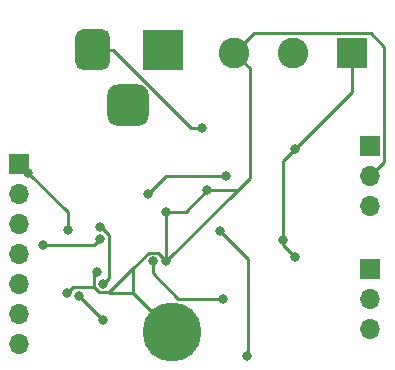
<source format=gbr>
%TF.GenerationSoftware,KiCad,Pcbnew,5.1.9+dfsg1-1+deb11u1*%
%TF.CreationDate,2023-02-22T14:32:47-05:00*%
%TF.ProjectId,DAC8811-sch,44414338-3831-4312-9d73-63682e6b6963,rev?*%
%TF.SameCoordinates,Original*%
%TF.FileFunction,Copper,L2,Bot*%
%TF.FilePolarity,Positive*%
%FSLAX46Y46*%
G04 Gerber Fmt 4.6, Leading zero omitted, Abs format (unit mm)*
G04 Created by KiCad (PCBNEW 5.1.9+dfsg1-1+deb11u1) date 2023-02-22 14:32:47*
%MOMM*%
%LPD*%
G01*
G04 APERTURE LIST*
%TA.AperFunction,ComponentPad*%
%ADD10R,1.700000X1.700000*%
%TD*%
%TA.AperFunction,ComponentPad*%
%ADD11O,1.700000X1.700000*%
%TD*%
%TA.AperFunction,ComponentPad*%
%ADD12R,3.500000X3.500000*%
%TD*%
%TA.AperFunction,ComponentPad*%
%ADD13R,2.600000X2.600000*%
%TD*%
%TA.AperFunction,ComponentPad*%
%ADD14C,2.600000*%
%TD*%
%TA.AperFunction,ComponentPad*%
%ADD15C,5.000000*%
%TD*%
%TA.AperFunction,ViaPad*%
%ADD16C,0.800000*%
%TD*%
%TA.AperFunction,Conductor*%
%ADD17C,0.250000*%
%TD*%
G04 APERTURE END LIST*
D10*
%TO.P,J1,1*%
%TO.N,SCLK*%
X112776000Y-109728000D03*
D11*
%TO.P,J1,2*%
%TO.N,SDIN*%
X112776000Y-112268000D03*
%TO.P,J1,3*%
%TO.N,CS_X*%
X112776000Y-114808000D03*
%TO.P,J1,4*%
%TO.N,CS_Y*%
X112776000Y-117348000D03*
%TO.P,J1,5*%
%TO.N,DVDD*%
X112776000Y-119888000D03*
%TO.P,J1,6*%
%TO.N,5V*%
X112776000Y-122428000D03*
%TO.P,J1,7*%
%TO.N,GND1*%
X112776000Y-124968000D03*
%TD*%
D12*
%TO.P,J3,1*%
%TO.N,OPAMP_P*%
X124968000Y-100076000D03*
%TO.P,J3,2*%
%TO.N,OPAMP_N*%
%TA.AperFunction,ComponentPad*%
G36*
G01*
X117468000Y-101076000D02*
X117468000Y-99076000D01*
G75*
G02*
X118218000Y-98326000I750000J0D01*
G01*
X119718000Y-98326000D01*
G75*
G02*
X120468000Y-99076000I0J-750000D01*
G01*
X120468000Y-101076000D01*
G75*
G02*
X119718000Y-101826000I-750000J0D01*
G01*
X118218000Y-101826000D01*
G75*
G02*
X117468000Y-101076000I0J750000D01*
G01*
G37*
%TD.AperFunction*%
%TO.P,J3,3*%
%TO.N,N/C*%
%TA.AperFunction,ComponentPad*%
G36*
G01*
X120218000Y-105651000D02*
X120218000Y-103901000D01*
G75*
G02*
X121093000Y-103026000I875000J0D01*
G01*
X122843000Y-103026000D01*
G75*
G02*
X123718000Y-103901000I0J-875000D01*
G01*
X123718000Y-105651000D01*
G75*
G02*
X122843000Y-106526000I-875000J0D01*
G01*
X121093000Y-106526000D01*
G75*
G02*
X120218000Y-105651000I0J875000D01*
G01*
G37*
%TD.AperFunction*%
%TD*%
D10*
%TO.P,J4,1*%
%TO.N,VOUT_Y_P*%
X142494000Y-118618000D03*
D11*
%TO.P,J4,2*%
%TO.N,GND1*%
X142494000Y-121158000D03*
%TO.P,J4,3*%
%TO.N,VOUT_Y_N*%
X142494000Y-123698000D03*
%TD*%
%TO.P,J5,3*%
%TO.N,VOUT_X_N*%
X142494000Y-113284000D03*
%TO.P,J5,2*%
%TO.N,GND1*%
X142494000Y-110744000D03*
D10*
%TO.P,J5,1*%
%TO.N,VOUT_X_P*%
X142494000Y-108204000D03*
%TD*%
D13*
%TO.P,J2,1*%
%TO.N,OPAMP_P*%
X140970000Y-100330000D03*
D14*
%TO.P,J2,2*%
%TO.N,OPAMP_N*%
X135970000Y-100330000D03*
%TO.P,J2,3*%
%TO.N,GND1*%
X130970000Y-100330000D03*
%TD*%
D15*
%TO.P,H1,1*%
%TO.N,GND1*%
X125730000Y-123952000D03*
%TD*%
D16*
%TO.N,OPAMP_P*%
X135128000Y-116167990D03*
X136144000Y-117617990D03*
X136144000Y-108458000D03*
%TO.N,GND1*%
X125222000Y-117993743D03*
X125222000Y-113792000D03*
X128663028Y-111982847D03*
X116840000Y-120650000D03*
X119380000Y-118872000D03*
%TO.N,OPAMP_N*%
X129794000Y-115442990D03*
X132080000Y-125984000D03*
X128270000Y-106680000D03*
%TO.N,SCLK*%
X113538000Y-110490000D03*
X116844653Y-115311347D03*
%TO.N,CS_Y*%
X114808000Y-116586000D03*
X119634000Y-116078000D03*
%TO.N,Net-(U1-Pad3)*%
X124074752Y-117993742D03*
X130048000Y-121158000D03*
%TO.N,Net-(U2-Pad3)*%
X123698000Y-112268000D03*
X130302000Y-110744000D03*
%TO.N,Vref_x*%
X119888000Y-119888000D03*
X119629347Y-115057347D03*
%TO.N,Vref_y*%
X119888000Y-122936000D03*
X117851347Y-120899347D03*
%TD*%
D17*
%TO.N,OPAMP_P*%
X135128000Y-116601990D02*
X136144000Y-117617990D01*
X135128000Y-116167990D02*
X135128000Y-116601990D01*
X135128000Y-109474000D02*
X136144000Y-108458000D01*
X135128000Y-116167990D02*
X135128000Y-109474000D01*
X140970000Y-103632000D02*
X136144000Y-108458000D01*
X140970000Y-100330000D02*
X140970000Y-103632000D01*
%TO.N,GND1*%
X125222000Y-117993743D02*
X125222000Y-113792000D01*
X126853875Y-113792000D02*
X128663028Y-111982847D01*
X125222000Y-113792000D02*
X126853875Y-113792000D01*
X123726751Y-117268741D02*
X124496998Y-117268741D01*
X124496998Y-117268741D02*
X125222000Y-117993743D01*
X119539999Y-120613001D02*
X120382491Y-120613001D01*
X119101344Y-120174346D02*
X119539999Y-120613001D01*
X117315654Y-120174346D02*
X119101344Y-120174346D01*
X116840000Y-120650000D02*
X117315654Y-120174346D01*
X119101344Y-119150656D02*
X119380000Y-118872000D01*
X119101344Y-120174346D02*
X119101344Y-119150656D01*
X143669001Y-109568999D02*
X142494000Y-110744000D01*
X143669001Y-99843999D02*
X143669001Y-109568999D01*
X142530001Y-98704999D02*
X143669001Y-99843999D01*
X132595001Y-98704999D02*
X142530001Y-98704999D01*
X130970000Y-100330000D02*
X132595001Y-98704999D01*
X132269999Y-101629999D02*
X132269999Y-110945744D01*
X130970000Y-100330000D02*
X132269999Y-101629999D01*
X128663028Y-111982847D02*
X131232897Y-111982847D01*
X131232897Y-111982847D02*
X131259872Y-111955872D01*
X131259872Y-111955872D02*
X125222000Y-117993743D01*
X132269999Y-110945744D02*
X131259872Y-111955872D01*
X125730000Y-123952000D02*
X122428000Y-120650000D01*
X120419490Y-120650000D02*
X120382491Y-120613001D01*
X122428000Y-120650000D02*
X120419490Y-120650000D01*
X122428000Y-118618000D02*
X122402746Y-118592746D01*
X122428000Y-120650000D02*
X122428000Y-118618000D01*
X122402746Y-118592746D02*
X123726751Y-117268741D01*
X120382491Y-120613001D02*
X122402746Y-118592746D01*
%TO.N,OPAMP_N*%
X132120990Y-125943010D02*
X132080000Y-125984000D01*
X132120990Y-117769980D02*
X132120990Y-125943010D01*
X129794000Y-115442990D02*
X132120990Y-117769980D01*
X120715070Y-100076000D02*
X127319070Y-106680000D01*
X127319070Y-106680000D02*
X128270000Y-106680000D01*
X118968000Y-100076000D02*
X120715070Y-100076000D01*
%TO.N,SCLK*%
X116844653Y-113796653D02*
X116844653Y-115311347D01*
X113538000Y-110490000D02*
X116844653Y-113796653D01*
%TO.N,CS_Y*%
X119126000Y-116586000D02*
X119634000Y-116078000D01*
X114808000Y-116586000D02*
X119126000Y-116586000D01*
%TO.N,Net-(U1-Pad3)*%
X126238000Y-121158000D02*
X130048000Y-121158000D01*
X124074752Y-118994752D02*
X126238000Y-121158000D01*
X124074752Y-117993742D02*
X124074752Y-118994752D01*
%TO.N,Net-(U2-Pad3)*%
X123698000Y-112268000D02*
X125222000Y-110744000D01*
X125222000Y-110744000D02*
X130302000Y-110744000D01*
%TO.N,Vref_x*%
X119686349Y-115057347D02*
X119629347Y-115057347D01*
X120359001Y-115729999D02*
X119686349Y-115057347D01*
X120359001Y-119416999D02*
X120359001Y-115729999D01*
X119888000Y-119888000D02*
X120359001Y-119416999D01*
%TO.N,Vref_y*%
X119888000Y-122936000D02*
X117851347Y-120899347D01*
%TD*%
M02*

</source>
